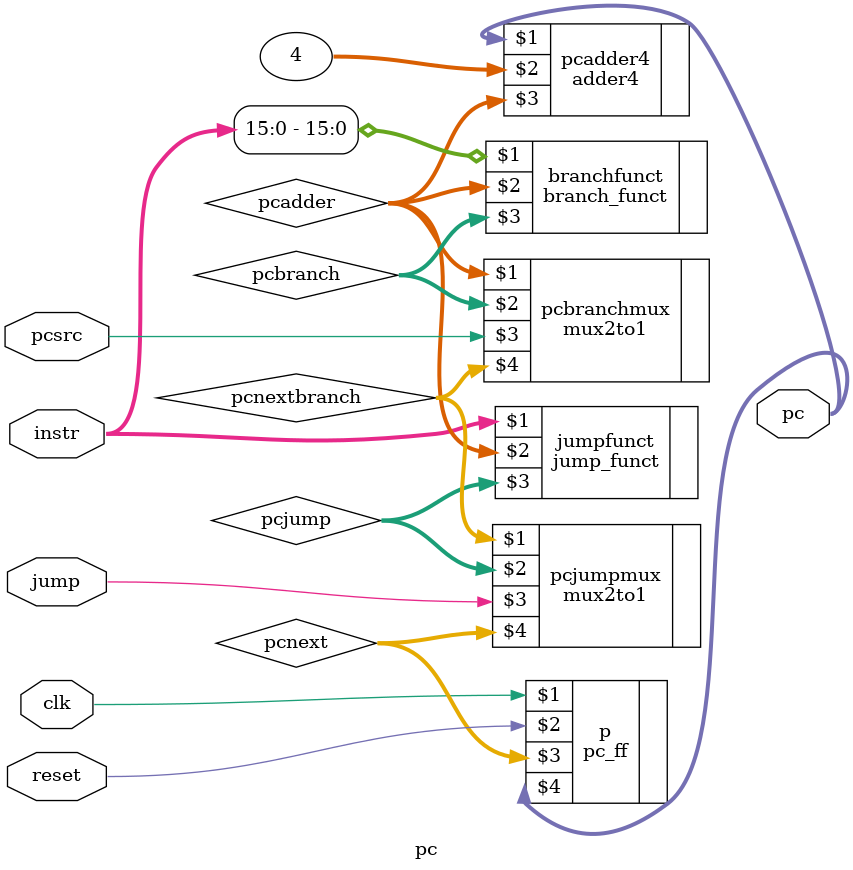
<source format=v>
module pc(
  input clk, reset,
  input jump, pcsrc,
  input [25:0] instr, 
  output [31:0] pc
);

  wire [31:0] pcnextbranch;
  wire [31:0] pcnext, pcadder, pcbranch, pcjump;


  // PC logic
  pc_ff p(clk, reset, pcnext, pc);
  adder4 #(32) pcadder4(pc, 32'b100, pcadder);
  branch_funct #(32) branchfunct(instr[15:0], pcadder, pcbranch);
  mux2to1 #(32) pcbranchmux(pcadder, pcbranch, pcsrc, pcnextbranch);
  jump_funct #(32) jumpfunct(instr[25:0], pcadder, pcjump);
  mux2to1 #(32) pcjumpmux(pcnextbranch, pcjump, jump, pcnext);

endmodule
</source>
